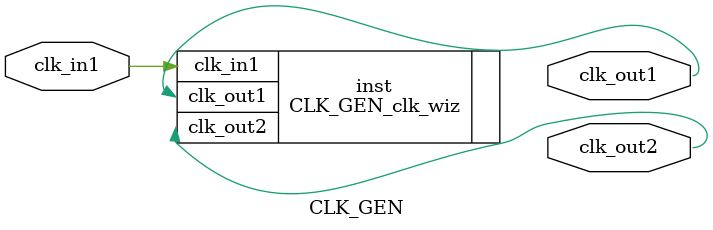
<source format=v>


`timescale 1ps/1ps

(* CORE_GENERATION_INFO = "CLK_GEN,clk_wiz_v5_4_3_0,{component_name=CLK_GEN,use_phase_alignment=true,use_min_o_jitter=false,use_max_i_jitter=false,use_dyn_phase_shift=false,use_inclk_switchover=false,use_dyn_reconfig=false,enable_axi=0,feedback_source=FDBK_AUTO,PRIMITIVE=MMCM,num_out_clk=2,clkin1_period=10.000,clkin2_period=10.000,use_power_down=false,use_reset=false,use_locked=false,use_inclk_stopped=false,feedback_type=SINGLE,CLOCK_MGR_TYPE=NA,manual_override=false}" *)

module CLK_GEN 
 (
  // Clock out ports
  output        clk_out1,
  output        clk_out2,
 // Clock in ports
  input         clk_in1
 );

  CLK_GEN_clk_wiz inst
  (
  // Clock out ports  
  .clk_out1(clk_out1),
  .clk_out2(clk_out2),
 // Clock in ports
  .clk_in1(clk_in1)
  );

endmodule

</source>
